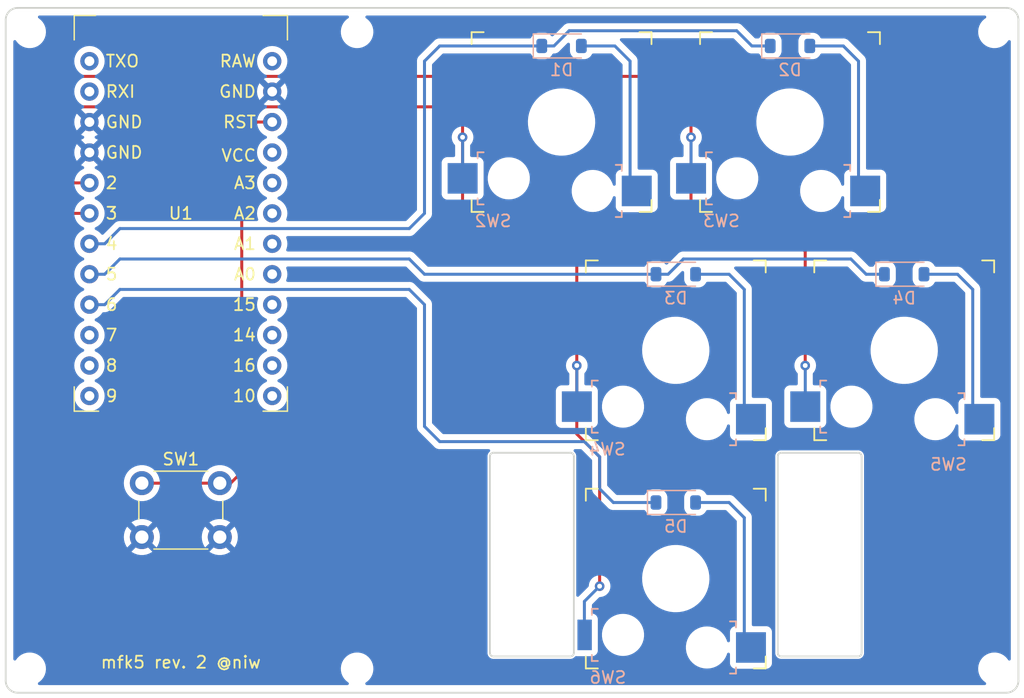
<source format=kicad_pcb>
(kicad_pcb (version 20221018) (generator pcbnew)
  (title_block (title "mfk5") (rev "1") (company "@niw"))
  (layers (0 "F.Cu" signal) (31 "B.Cu" signal) (34 "B.Paste" user) (35 "F.Paste" user) (36 "B.SilkS" user "B.Silkscreen") (37 "F.SilkS" user "F.Silkscreen") (38 "B.Mask" user) (39 "F.Mask" user) (44 "Edge.Cuts" user))
  (net 0 "")
  (net 1 "RST")
  (net 2 "GND")
  (net 3 "COL1")
  (net 4 "Net-(D1-A)")
  (net 5 "COL2")
  (net 6 "Net-(D2-A)")
  (net 7 "Net-(D3-A)")
  (net 8 "Net-(D4-A)")
  (net 9 "Net-(D5-A)")
  (net 12 "ROW1")
  (net 13 "ROW2")
  (net 14 "ROW3")
  (net 26 "+5V")
  (footprint "Gateron_Low_Profile:Gateron_Low_Profile_Socket_Stabilizer_2U" (layer "F.Cu") (at 154.425 123.625)
    (fp_text reference "SW6" (at -5.662 8.255) (layer "B.SilkS") (effects (justify mirror)))
    (fp_text value "COL1_ROW3")
    (fp_line (start -7 2.525) (end -7 3.025) (stroke (width 0.15)) (layer "B.SilkS"))
    (fp_line (start -7 2.525) (end -6.5 2.525) (stroke (width 0.15)) (layer "B.SilkS"))
    (fp_line (start -7 6.375) (end -7 6.875) (stroke (width 0.15)) (layer "B.SilkS"))
    (fp_line (start -7 6.875) (end -6.5 6.875) (stroke (width 0.15)) (layer "B.SilkS"))
    (fp_line (start 4.52 3.575) (end 5.02 3.575) (stroke (width 0.15)) (layer "B.SilkS"))
    (fp_line (start 4.52 7.925) (end 5.02 7.925) (stroke (width 0.15)) (layer "B.SilkS"))
    (fp_line (start 5.02 4.075) (end 5.02 3.575) (stroke (width 0.15)) (layer "B.SilkS"))
    (fp_line (start 5.02 7.925) (end 5.02 7.425) (stroke (width 0.15)) (layer "B.SilkS"))
    (fp_line (start -7.5 -6.5) (end -7.5 -7.5) (stroke (width 0.15)) (layer "F.SilkS"))
    (fp_line (start -7.5 7.5) (end -7.5 6.5) (stroke (width 0.15)) (layer "F.SilkS"))
    (fp_line (start -7.5 7.5) (end -6.5 7.5) (stroke (width 0.15)) (layer "F.SilkS"))
    (fp_line (start -6.5 -7.5) (end -7.5 -7.5) (stroke (width 0.15)) (layer "F.SilkS"))
    (fp_line (start 6.5 7.5) (end 7.5 7.5) (stroke (width 0.15)) (layer "F.SilkS"))
    (fp_line (start 7.5 -7.5) (end 6.5 -7.5) (stroke (width 0.15)) (layer "F.SilkS"))
    (fp_line (start 7.5 -7.5) (end 7.5 -6.5) (stroke (width 0.15)) (layer "F.SilkS"))
    (fp_line (start 7.5 6.5) (end 7.5 7.5) (stroke (width 0.15)) (layer "F.SilkS"))
    (fp_line (start -15.5 6.2) (end -15.5 -10.2) (stroke (width 0.15)) (layer "Edge.Cuts"))
    (fp_line (start -15.2 -10.5) (end -8.8 -10.5) (stroke (width 0.15)) (layer "Edge.Cuts"))
    (fp_line (start -8.8 6.5) (end -15.2 6.5) (stroke (width 0.15)) (layer "Edge.Cuts"))
    (fp_line (start -8.5 -10.2) (end -8.5 6.2) (stroke (width 0.15)) (layer "Edge.Cuts"))
    (fp_line (start 8.5 6.2) (end 8.5 -10.2) (stroke (width 0.15)) (layer "Edge.Cuts"))
    (fp_line (start 8.8 -10.5) (end 15.2 -10.5) (stroke (width 0.15)) (layer "Edge.Cuts"))
    (fp_line (start 15.2 6.5) (end 8.8 6.5) (stroke (width 0.15)) (layer "Edge.Cuts"))
    (fp_line (start 15.5 -10.2) (end 15.5 6.2) (stroke (width 0.15)) (layer "Edge.Cuts"))
    (fp_arc (start -15.5 -10.2) (mid -15.412132 -10.412132) (end -15.2 -10.5) (stroke (width 0.15)) (layer "Edge.Cuts"))
    (fp_arc (start -15.2 6.5) (mid -15.412132 6.412132) (end -15.5 6.2) (stroke (width 0.15)) (layer "Edge.Cuts"))
    (fp_arc (start -8.8 -10.5) (mid -8.587868 -10.412132) (end -8.5 -10.2) (stroke (width 0.15)) (layer "Edge.Cuts"))
    (fp_arc (start -8.5 6.2) (mid -8.587868 6.412132) (end -8.8 6.5) (stroke (width 0.15)) (layer "Edge.Cuts"))
    (fp_arc (start 8.5 -10.2) (mid 8.587868 -10.412132) (end 8.8 -10.5) (stroke (width 0.15)) (layer "Edge.Cuts"))
    (fp_arc (start 8.8 6.5) (mid 8.587868 6.412132) (end 8.5 6.2) (stroke (width 0.15)) (layer "Edge.Cuts"))
    (fp_arc (start 15.2 -10.5) (mid 15.412132 -10.412132) (end 15.5 -10.2) (stroke (width 0.15)) (layer "Edge.Cuts"))
    (fp_arc (start 15.5 6.2) (mid 15.412132 6.412132) (end 15.2 6.5) (stroke (width 0.15)) (layer "Edge.Cuts"))
    (pad "" np_thru_hole circle (at -4.4 4.7) (size 3 3) (drill 3) (layers "F&B.Cu" "*.Mask"))
    (pad "" np_thru_hole circle (at 0 0) (size 5.1 5.1) (drill 5.1) (layers "F&B.Cu" "*.Mask"))
    (pad "" np_thru_hole circle (at 2.6 5.75) (size 3 3) (drill 3) (layers "F&B.Cu" "*.Mask"))
    (pad "1" smd rect (at -7.6 4.7) (size 1.2 2.55) (layers "B.Cu" "B.Paste" "B.Mask") (net 3 "COL1"))
    (pad "2" smd rect (at 6.27 5.75) (size 2.5 2.55) (layers "B.Cu" "B.Paste" "B.Mask") (net 9 "Net-(D5-A)"))
  )
  (footprint "Gateron_Low_Profile:Gateron_Low_Profile_Socket" (layer "F.Cu") (at 173.475 104.575)
    (fp_text reference "SW5" (at 3.683 9.525) (layer "B.SilkS") (effects (justify mirror)))
    (fp_text value "COL2_ROW2")
    (fp_line (start -7 2.525) (end -7 3.025) (stroke (width 0.15)) (layer "B.SilkS"))
    (fp_line (start -7 2.525) (end -6.5 2.525) (stroke (width 0.15)) (layer "B.SilkS"))
    (fp_line (start -7 6.375) (end -7 6.875) (stroke (width 0.15)) (layer "B.SilkS"))
    (fp_line (start -7 6.875) (end -6.5 6.875) (stroke (width 0.15)) (layer "B.SilkS"))
    (fp_line (start 4.52 3.575) (end 5.02 3.575) (stroke (width 0.15)) (layer "B.SilkS"))
    (fp_line (start 4.52 7.925) (end 5.02 7.925) (stroke (width 0.15)) (layer "B.SilkS"))
    (fp_line (start 5.02 4.075) (end 5.02 3.575) (stroke (width 0.15)) (layer "B.SilkS"))
    (fp_line (start 5.02 7.925) (end 5.02 7.425) (stroke (width 0.15)) (layer "B.SilkS"))
    (fp_line (start -7.5 -6.5) (end -7.5 -7.5) (stroke (width 0.15)) (layer "F.SilkS"))
    (fp_line (start -7.5 7.5) (end -7.5 6.5) (stroke (width 0.15)) (layer "F.SilkS"))
    (fp_line (start -7.5 7.5) (end -6.5 7.5) (stroke (width 0.15)) (layer "F.SilkS"))
    (fp_line (start -6.5 -7.5) (end -7.5 -7.5) (stroke (width 0.15)) (layer "F.SilkS"))
    (fp_line (start 6.5 7.5) (end 7.5 7.5) (stroke (width 0.15)) (layer "F.SilkS"))
    (fp_line (start 7.5 -7.5) (end 6.5 -7.5) (stroke (width 0.15)) (layer "F.SilkS"))
    (fp_line (start 7.5 -7.5) (end 7.5 -6.5) (stroke (width 0.15)) (layer "F.SilkS"))
    (fp_line (start 7.5 6.5) (end 7.5 7.5) (stroke (width 0.15)) (layer "F.SilkS"))
    (pad "" np_thru_hole circle (at -4.4 4.7) (size 3 3) (drill 3) (layers "F&B.Cu" "*.Mask"))
    (pad "" np_thru_hole circle (at 0 0) (size 5.1 5.1) (drill 5.1) (layers "F&B.Cu" "*.Mask"))
    (pad "" np_thru_hole circle (at 2.6 5.75) (size 3 3) (drill 3) (layers "F&B.Cu" "*.Mask"))
    (pad "1" smd rect (at -8.25 4.7) (size 2.5 2.55) (layers "B.Cu" "B.Paste" "B.Mask") (net 5 "COL2"))
    (pad "2" smd rect (at 6.27 5.75) (size 2.5 2.55) (layers "B.Cu" "B.Paste" "B.Mask") (net 8 "Net-(D4-A)"))
  )
  (footprint "MountingHole:MountingHole_2.2mm_M2" (layer "F.Cu") (at 127.85 131.15)
    (fp_text reference "REF**" hide)
    (fp_text value "MountingHole_2.2mm_M2" hide)
    (pad "" np_thru_hole circle (at 0 0) (size 2.2 2.2) (drill 2.2) (layers "F&B.Cu" "*.Mask"))
  )
  (footprint "MountingHole:MountingHole_2.2mm_M2" (layer "F.Cu") (at 100.545 78)
    (fp_text reference "REF**" hide)
    (fp_text value "MountingHole_2.2mm_M2" hide)
    (pad "" np_thru_hole circle (at 0 0) (size 2.2 2.2) (drill 2.2) (layers "*.Cu" "*.Mask"))
  )
  (footprint "MountingHole:MountingHole_2.2mm_M2" (layer "F.Cu") (at 100.545 131.15)
    (fp_text reference "REF**" hide)
    (fp_text value "MountingHole_2.2mm_M2" hide)
    (pad "" np_thru_hole circle (at 0 0) (size 2.2 2.2) (drill 2.2) (layers "*.Cu" "*.Mask"))
  )
  (footprint "MountingHole:MountingHole_2.2mm_M2" (layer "F.Cu") (at 127.85 78)
    (fp_text reference "REF**" hide)
    (fp_text value "MountingHole_2.2mm_M2" hide)
    (pad "" np_thru_hole circle (at 0 0) (size 2.2 2.2) (drill 2.2) (layers "F&B.Cu" "*.Mask"))
  )
  (footprint "Pro_Micro:Pro_Micro" (layer "F.Cu") (at 113.15 93.145)
    (fp_text reference "U1" (at 0 0 unlocked) (layer "F.SilkS"))
    (fp_text value "Pro Micro")
    (fp_text user "GND" (at -6.35 -7.62 unlocked) (layer "F.SilkS") (effects (justify left)))
    (fp_text user "RAW" (at 6.35 -12.7 unlocked) (layer "F.SilkS") (effects (justify right)))
    (fp_text user "4" (at -6.35 2.54 unlocked) (layer "F.SilkS") (effects (justify left)))
    (fp_text user "A1" (at 6.35 2.54 unlocked) (layer "F.SilkS") (effects (justify right)))
    (fp_text user "GND" (at -6.35 -5.08 unlocked) (layer "F.SilkS") (effects (justify left)))
    (fp_text user "TXO" (at -6.35 -12.7 unlocked) (layer "F.SilkS") (effects (justify left)))
    (fp_text user "10" (at 6.35 15.24 unlocked) (layer "F.SilkS") (effects (justify right)))
    (fp_text user "6" (at -6.35 7.62 unlocked) (layer "F.SilkS") (effects (justify left)))
    (fp_text user "A3" (at 6.35 -2.54 unlocked) (layer "F.SilkS") (effects (justify right)))
    (fp_text user "9" (at -6.35 15.24 unlocked) (layer "F.SilkS") (effects (justify left)))
    (fp_text user "16" (at 6.35 12.7 unlocked) (layer "F.SilkS") (effects (justify right)))
    (fp_text user "GND" (at 6.35 -10.16 unlocked) (layer "F.SilkS") (effects (justify right)))
    (fp_text user "2" (at -6.35 -2.54 unlocked) (layer "F.SilkS") (effects (justify left)))
    (fp_text user "5" (at -6.35 5.08 unlocked) (layer "F.SilkS") (effects (justify left)))
    (fp_text user "A0" (at 6.35 5.08 unlocked) (layer "F.SilkS") (effects (justify right)))
    (fp_text user "RST" (at 6.35 -7.62 unlocked) (layer "F.SilkS") (effects (justify right)))
    (fp_text user "RXI" (at -6.35 -10.16 unlocked) (layer "F.SilkS") (effects (justify left)))
    (fp_text user "VCC" (at 6.35 -4.826 unlocked) (layer "F.SilkS") (effects (justify right)))
    (fp_text user "14" (at 6.35 10.16 unlocked) (layer "F.SilkS") (effects (justify right)))
    (fp_text user "7" (at -6.35 10.16 unlocked) (layer "F.SilkS") (effects (justify left)))
    (fp_text user "A2" (at 6.35 0 unlocked) (layer "F.SilkS") (effects (justify right)))
    (fp_text user "15" (at 6.35 7.62 unlocked) (layer "F.SilkS") (effects (justify right)))
    (fp_text user "8" (at -6.35 12.7 unlocked) (layer "F.SilkS") (effects (justify left)))
    (fp_text user "3" (at -6.35 0 unlocked) (layer "F.SilkS") (effects (justify left)))
    (fp_line (start -8.89 -16.51) (end -8.89 -14.478) (stroke (width 0.12)) (layer "F.SilkS"))
    (fp_line (start -8.89 16.51) (end -8.89 14.478) (stroke (width 0.12)) (layer "F.SilkS"))
    (fp_line (start -8.89 16.51) (end -6.858 16.51) (stroke (width 0.12)) (layer "F.SilkS"))
    (fp_line (start -7.112 -16.51) (end -8.89 -16.51) (stroke (width 0.12)) (layer "F.SilkS"))
    (fp_line (start 6.858 -16.51) (end 8.89 -16.51) (stroke (width 0.12)) (layer "F.SilkS"))
    (fp_line (start 8.89 -16.51) (end 8.89 -14.478) (stroke (width 0.12)) (layer "F.SilkS"))
    (fp_line (start 8.89 16.51) (end 6.858 16.51) (stroke (width 0.12)) (layer "F.SilkS"))
    (fp_line (start 8.89 16.51) (end 8.89 14.478) (stroke (width 0.12)) (layer "F.SilkS"))
    (pad "1" thru_hole circle (at -7.62 -12.7) (size 1.524 1.524) (drill 0.8128) (layers "*.Cu" "*.Mask"))
    (pad "2" thru_hole circle (at -7.62 -10.16) (size 1.524 1.524) (drill 0.8128) (layers "*.Cu" "*.Mask"))
    (pad "3" thru_hole circle (at -7.62 -7.62) (size 1.524 1.524) (drill 0.8128) (layers "*.Cu" "*.Mask") (net 2 "GND"))
    (pad "4" thru_hole circle (at -7.62 -5.08) (size 1.524 1.524) (drill 0.8128) (layers "*.Cu" "*.Mask") (net 2 "GND"))
    (pad "5" thru_hole circle (at -7.62 -2.54) (size 1.524 1.524) (drill 0.8128) (layers "*.Cu" "*.Mask") (net 3 "COL1"))
    (pad "6" thru_hole circle (at -7.62 0) (size 1.524 1.524) (drill 0.8128) (layers "*.Cu" "*.Mask") (net 5 "COL2"))
    (pad "7" thru_hole circle (at -7.62 2.54) (size 1.524 1.524) (drill 0.8128) (layers "*.Cu" "*.Mask") (net 12 "ROW1"))
    (pad "8" thru_hole circle (at -7.62 5.08) (size 1.524 1.524) (drill 0.8128) (layers "*.Cu" "*.Mask") (net 13 "ROW2"))
    (pad "9" thru_hole circle (at -7.62 7.62) (size 1.524 1.524) (drill 0.8128) (layers "*.Cu" "*.Mask") (net 14 "ROW3"))
    (pad "10" thru_hole circle (at -7.62 10.16) (size 1.524 1.524) (drill 0.8128) (layers "*.Cu" "*.Mask"))
    (pad "11" thru_hole circle (at -7.62 12.7) (size 1.524 1.524) (drill 0.8128) (layers "*.Cu" "*.Mask"))
    (pad "12" thru_hole circle (at -7.62 15.24) (size 1.524 1.524) (drill 0.8128) (layers "*.Cu" "*.Mask"))
    (pad "13" thru_hole circle (at 7.62 15.24) (size 1.524 1.524) (drill 0.8128) (layers "*.Cu" "*.Mask"))
    (pad "14" thru_hole circle (at 7.62 12.7) (size 1.524 1.524) (drill 0.8128) (layers "*.Cu" "*.Mask"))
    (pad "15" thru_hole circle (at 7.62 10.16) (size 1.524 1.524) (drill 0.8128) (layers "*.Cu" "*.Mask"))
    (pad "16" thru_hole circle (at 7.62 7.62) (size 1.524 1.524) (drill 0.8128) (layers "*.Cu" "*.Mask"))
    (pad "17" thru_hole circle (at 7.62 5.08) (size 1.524 1.524) (drill 0.8128) (layers "*.Cu" "*.Mask"))
    (pad "18" thru_hole circle (at 7.62 2.54) (size 1.524 1.524) (drill 0.8128) (layers "*.Cu" "*.Mask"))
    (pad "19" thru_hole circle (at 7.62 0) (size 1.524 1.524) (drill 0.8128) (layers "*.Cu" "*.Mask"))
    (pad "20" thru_hole circle (at 7.62 -2.54) (size 1.524 1.524) (drill 0.8128) (layers "*.Cu" "*.Mask"))
    (pad "21" thru_hole circle (at 7.62 -5.08) (size 1.524 1.524) (drill 0.8128) (layers "*.Cu" "*.Mask") (net 26 "+5V"))
    (pad "22" thru_hole circle (at 7.62 -7.62) (size 1.524 1.524) (drill 0.8128) (layers "*.Cu" "*.Mask") (net 1 "RST"))
    (pad "23" thru_hole circle (at 7.62 -10.16) (size 1.524 1.524) (drill 0.8128) (layers "*.Cu" "*.Mask") (net 2 "GND"))
    (pad "24" thru_hole circle (at 7.62 -12.7) (size 1.524 1.524) (drill 0.8128) (layers "*.Cu" "*.Mask"))
  )
  (footprint "Gateron_Low_Profile:Gateron_Low_Profile_Socket" (layer "F.Cu") (at 163.95 85.525)
    (fp_text reference "SW3" (at -5.715 8.255) (layer "B.SilkS") (effects (justify mirror)))
    (fp_text value "COL2_ROW1")
    (fp_line (start -7 2.525) (end -7 3.025) (stroke (width 0.15)) (layer "B.SilkS"))
    (fp_line (start -7 2.525) (end -6.5 2.525) (stroke (width 0.15)) (layer "B.SilkS"))
    (fp_line (start -7 6.375) (end -7 6.875) (stroke (width 0.15)) (layer "B.SilkS"))
    (fp_line (start -7 6.875) (end -6.5 6.875) (stroke (width 0.15)) (layer "B.SilkS"))
    (fp_line (start 4.52 3.575) (end 5.02 3.575) (stroke (width 0.15)) (layer "B.SilkS"))
    (fp_line (start 4.52 7.925) (end 5.02 7.925) (stroke (width 0.15)) (layer "B.SilkS"))
    (fp_line (start 5.02 4.075) (end 5.02 3.575) (stroke (width 0.15)) (layer "B.SilkS"))
    (fp_line (start 5.02 7.925) (end 5.02 7.425) (stroke (width 0.15)) (layer "B.SilkS"))
    (fp_line (start -7.5 -6.5) (end -7.5 -7.5) (stroke (width 0.15)) (layer "F.SilkS"))
    (fp_line (start -7.5 7.5) (end -7.5 6.5) (stroke (width 0.15)) (layer "F.SilkS"))
    (fp_line (start -7.5 7.5) (end -6.5 7.5) (stroke (width 0.15)) (layer "F.SilkS"))
    (fp_line (start -6.5 -7.5) (end -7.5 -7.5) (stroke (width 0.15)) (layer "F.SilkS"))
    (fp_line (start 6.5 7.5) (end 7.5 7.5) (stroke (width 0.15)) (layer "F.SilkS"))
    (fp_line (start 7.5 -7.5) (end 6.5 -7.5) (stroke (width 0.15)) (layer "F.SilkS"))
    (fp_line (start 7.5 -7.5) (end 7.5 -6.5) (stroke (width 0.15)) (layer "F.SilkS"))
    (fp_line (start 7.5 6.5) (end 7.5 7.5) (stroke (width 0.15)) (layer "F.SilkS"))
    (pad "" np_thru_hole circle (at -4.4 4.7) (size 3 3) (drill 3) (layers "F&B.Cu" "*.Mask"))
    (pad "" np_thru_hole circle (at 0 0) (size 5.1 5.1) (drill 5.1) (layers "F&B.Cu" "*.Mask"))
    (pad "" np_thru_hole circle (at 2.6 5.75) (size 3 3) (drill 3) (layers "F&B.Cu" "*.Mask"))
    (pad "1" smd rect (at -8.25 4.7) (size 2.5 2.55) (layers "B.Cu" "B.Paste" "B.Mask") (net 5 "COL2"))
    (pad "2" smd rect (at 6.27 5.75) (size 2.5 2.55) (layers "B.Cu" "B.Paste" "B.Mask") (net 6 "Net-(D2-A)"))
  )
  (footprint "MountingHole:MountingHole_2.2mm_M2" (layer "F.Cu") (at 181 78)
    (fp_text reference "REF**" hide)
    (fp_text value "MountingHole_2.2mm_M2" hide)
    (pad "" np_thru_hole circle (at 0 0) (size 2.2 2.2) (drill 2.2) (layers "*.Cu" "*.Mask"))
  )
  (footprint "Gateron_Low_Profile:Gateron_Low_Profile_Socket" (layer "F.Cu") (at 144.9 85.525)
    (fp_text reference "SW2" (at -5.715 8.255) (layer "B.SilkS") (effects (justify mirror)))
    (fp_text value "COL1_ROW1")
    (fp_line (start -7 2.525) (end -7 3.025) (stroke (width 0.15)) (layer "B.SilkS"))
    (fp_line (start -7 2.525) (end -6.5 2.525) (stroke (width 0.15)) (layer "B.SilkS"))
    (fp_line (start -7 6.375) (end -7 6.875) (stroke (width 0.15)) (layer "B.SilkS"))
    (fp_line (start -7 6.875) (end -6.5 6.875) (stroke (width 0.15)) (layer "B.SilkS"))
    (fp_line (start 4.52 3.575) (end 5.02 3.575) (stroke (width 0.15)) (layer "B.SilkS"))
    (fp_line (start 4.52 7.925) (end 5.02 7.925) (stroke (width 0.15)) (layer "B.SilkS"))
    (fp_line (start 5.02 4.075) (end 5.02 3.575) (stroke (width 0.15)) (layer "B.SilkS"))
    (fp_line (start 5.02 7.925) (end 5.02 7.425) (stroke (width 0.15)) (layer "B.SilkS"))
    (fp_line (start -7.5 -6.5) (end -7.5 -7.5) (stroke (width 0.15)) (layer "F.SilkS"))
    (fp_line (start -7.5 7.5) (end -7.5 6.5) (stroke (width 0.15)) (layer "F.SilkS"))
    (fp_line (start -7.5 7.5) (end -6.5 7.5) (stroke (width 0.15)) (layer "F.SilkS"))
    (fp_line (start -6.5 -7.5) (end -7.5 -7.5) (stroke (width 0.15)) (layer "F.SilkS"))
    (fp_line (start 6.5 7.5) (end 7.5 7.5) (stroke (width 0.15)) (layer "F.SilkS"))
    (fp_line (start 7.5 -7.5) (end 6.5 -7.5) (stroke (width 0.15)) (layer "F.SilkS"))
    (fp_line (start 7.5 -7.5) (end 7.5 -6.5) (stroke (width 0.15)) (layer "F.SilkS"))
    (fp_line (start 7.5 6.5) (end 7.5 7.5) (stroke (width 0.15)) (layer "F.SilkS"))
    (pad "" np_thru_hole circle (at -4.4 4.7) (size 3 3) (drill 3) (layers "F&B.Cu" "*.Mask"))
    (pad "" np_thru_hole circle (at 0 0) (size 5.1 5.1) (drill 5.1) (layers "F&B.Cu" "*.Mask"))
    (pad "" np_thru_hole circle (at 2.6 5.75) (size 3 3) (drill 3) (layers "F&B.Cu" "*.Mask"))
    (pad "1" smd rect (at -8.25 4.7) (size 2.5 2.55) (layers "B.Cu" "B.Paste" "B.Mask") (net 3 "COL1"))
    (pad "2" smd rect (at 6.27 5.75) (size 2.5 2.55) (layers "B.Cu" "B.Paste" "B.Mask") (net 4 "Net-(D1-A)"))
  )
  (footprint "Button_Switch_THT:SW_PUSH_6mm" (layer "F.Cu") (at 109.9 115.66)
    (fp_text reference "SW1" (at 3.25 -2) (layer "F.SilkS"))
    (fp_text value "RST")
    (fp_line (start -0.25 1.5) (end -0.25 3) (stroke (width 0.12)) (layer "F.SilkS"))
    (fp_line (start 1 5.5) (end 5.5 5.5) (stroke (width 0.12)) (layer "F.SilkS"))
    (fp_line (start 5.5 -1) (end 1 -1) (stroke (width 0.12)) (layer "F.SilkS"))
    (fp_line (start 6.75 3) (end 6.75 1.5) (stroke (width 0.12)) (layer "F.SilkS"))
    (pad "1" thru_hole circle (at 0 0 90) (size 2 2) (drill 1.1) (layers "*.Cu" "*.Mask") (net 1 "RST"))
    (pad "1" thru_hole circle (at 6.5 0 90) (size 2 2) (drill 1.1) (layers "*.Cu" "*.Mask") (net 1 "RST"))
    (pad "2" thru_hole circle (at 0 4.5 90) (size 2 2) (drill 1.1) (layers "*.Cu" "*.Mask") (net 2 "GND"))
    (pad "2" thru_hole circle (at 6.5 4.5 90) (size 2 2) (drill 1.1) (layers "*.Cu" "*.Mask") (net 2 "GND"))
  )
  (footprint "MountingHole:MountingHole_2.2mm_M2" (layer "F.Cu") (at 181 131.15)
    (fp_text reference "REF**" hide)
    (fp_text value "MountingHole_2.2mm_M2" hide)
    (pad "" np_thru_hole circle (at 0 0) (size 2.2 2.2) (drill 2.2) (layers "*.Cu" "*.Mask"))
  )
  (footprint "Gateron_Low_Profile:Gateron_Low_Profile_Socket" (layer "F.Cu") (at 154.425 104.575)
    (fp_text reference "SW4" (at -5.715 8.255) (layer "B.SilkS") (effects (justify mirror)))
    (fp_text value "COL1_ROW2")
    (fp_line (start -7 2.525) (end -7 3.025) (stroke (width 0.15)) (layer "B.SilkS"))
    (fp_line (start -7 2.525) (end -6.5 2.525) (stroke (width 0.15)) (layer "B.SilkS"))
    (fp_line (start -7 6.375) (end -7 6.875) (stroke (width 0.15)) (layer "B.SilkS"))
    (fp_line (start -7 6.875) (end -6.5 6.875) (stroke (width 0.15)) (layer "B.SilkS"))
    (fp_line (start 4.52 3.575) (end 5.02 3.575) (stroke (width 0.15)) (layer "B.SilkS"))
    (fp_line (start 4.52 7.925) (end 5.02 7.925) (stroke (width 0.15)) (layer "B.SilkS"))
    (fp_line (start 5.02 4.075) (end 5.02 3.575) (stroke (width 0.15)) (layer "B.SilkS"))
    (fp_line (start 5.02 7.925) (end 5.02 7.425) (stroke (width 0.15)) (layer "B.SilkS"))
    (fp_line (start -7.5 -6.5) (end -7.5 -7.5) (stroke (width 0.15)) (layer "F.SilkS"))
    (fp_line (start -7.5 7.5) (end -7.5 6.5) (stroke (width 0.15)) (layer "F.SilkS"))
    (fp_line (start -7.5 7.5) (end -6.5 7.5) (stroke (width 0.15)) (layer "F.SilkS"))
    (fp_line (start -6.5 -7.5) (end -7.5 -7.5) (stroke (width 0.15)) (layer "F.SilkS"))
    (fp_line (start 6.5 7.5) (end 7.5 7.5) (stroke (width 0.15)) (layer "F.SilkS"))
    (fp_line (start 7.5 -7.5) (end 6.5 -7.5) (stroke (width 0.15)) (layer "F.SilkS"))
    (fp_line (start 7.5 -7.5) (end 7.5 -6.5) (stroke (width 0.15)) (layer "F.SilkS"))
    (fp_line (start 7.5 6.5) (end 7.5 7.5) (stroke (width 0.15)) (layer "F.SilkS"))
    (pad "" np_thru_hole circle (at -4.4 4.7) (size 3 3) (drill 3) (layers "F&B.Cu" "*.Mask"))
    (pad "" np_thru_hole circle (at 0 0) (size 5.1 5.1) (drill 5.1) (layers "F&B.Cu" "*.Mask"))
    (pad "" np_thru_hole circle (at 2.6 5.75) (size 3 3) (drill 3) (layers "F&B.Cu" "*.Mask"))
    (pad "1" smd rect (at -8.25 4.7) (size 2.5 2.55) (layers "B.Cu" "B.Paste" "B.Mask") (net 3 "COL1"))
    (pad "2" smd rect (at 6.27 5.75) (size 2.5 2.55) (layers "B.Cu" "B.Paste" "B.Mask") (net 7 "Net-(D3-A)"))
  )
  (footprint "Diode_SMD:D_SOD-123" (layer "B.Cu") (at 173.475 98.225)
    (fp_text reference "D4" (at 0 2) (layer "B.SilkS") (effects (justify mirror)))
    (fp_text value "D")
    (fp_line (start -2.36 -1) (end 1.65 -1) (stroke (width 0.12)) (layer "B.SilkS"))
    (fp_line (start -2.36 1) (end -2.36 -1) (stroke (width 0.12)) (layer "B.SilkS"))
    (fp_line (start -2.36 1) (end 1.65 1) (stroke (width 0.12)) (layer "B.SilkS"))
    (pad "1" smd roundrect (at -1.65 0) (size 0.9 1.2) (layers "B.Cu" "B.Paste" "B.Mask") (net 13 "ROW2"))
    (pad "2" smd roundrect (at 1.65 0) (size 0.9 1.2) (layers "B.Cu" "B.Paste" "B.Mask") (net 8 "Net-(D4-A)"))
  )
  (footprint "Diode_SMD:D_SOD-123" (layer "B.Cu") (at 163.95 79.175)
    (fp_text reference "D2" (at 0 2) (layer "B.SilkS") (effects (justify mirror)))
    (fp_text value "D")
    (fp_line (start -2.36 -1) (end 1.65 -1) (stroke (width 0.12)) (layer "B.SilkS"))
    (fp_line (start -2.36 1) (end -2.36 -1) (stroke (width 0.12)) (layer "B.SilkS"))
    (fp_line (start -2.36 1) (end 1.65 1) (stroke (width 0.12)) (layer "B.SilkS"))
    (pad "1" smd roundrect (at -1.65 0) (size 0.9 1.2) (layers "B.Cu" "B.Paste" "B.Mask") (net 12 "ROW1"))
    (pad "2" smd roundrect (at 1.65 0) (size 0.9 1.2) (layers "B.Cu" "B.Paste" "B.Mask") (net 6 "Net-(D2-A)"))
  )
  (footprint "Diode_SMD:D_SOD-123" (layer "B.Cu") (at 154.425 117.275)
    (fp_text reference "D5" (at 0 2) (layer "B.SilkS") (effects (justify mirror)))
    (fp_text value "D")
    (fp_line (start -2.36 -1) (end 1.65 -1) (stroke (width 0.12)) (layer "B.SilkS"))
    (fp_line (start -2.36 1) (end -2.36 -1) (stroke (width 0.12)) (layer "B.SilkS"))
    (fp_line (start -2.36 1) (end 1.65 1) (stroke (width 0.12)) (layer "B.SilkS"))
    (pad "1" smd roundrect (at -1.65 0) (size 0.9 1.2) (layers "B.Cu" "B.Paste" "B.Mask") (net 14 "ROW3"))
    (pad "2" smd roundrect (at 1.65 0) (size 0.9 1.2) (layers "B.Cu" "B.Paste" "B.Mask") (net 9 "Net-(D5-A)"))
  )
  (footprint "Diode_SMD:D_SOD-123" (layer "B.Cu") (at 144.9 79.175)
    (fp_text reference "D1" (at 0 2) (layer "B.SilkS") (effects (justify mirror)))
    (fp_text value "D")
    (fp_line (start -2.36 -1) (end 1.65 -1) (stroke (width 0.12)) (layer "B.SilkS"))
    (fp_line (start -2.36 1) (end -2.36 -1) (stroke (width 0.12)) (layer "B.SilkS"))
    (fp_line (start -2.36 1) (end 1.65 1) (stroke (width 0.12)) (layer "B.SilkS"))
    (pad "1" smd roundrect (at -1.65 0) (size 0.9 1.2) (layers "B.Cu" "B.Paste" "B.Mask") (net 12 "ROW1"))
    (pad "2" smd roundrect (at 1.65 0) (size 0.9 1.2) (layers "B.Cu" "B.Paste" "B.Mask") (net 4 "Net-(D1-A)"))
  )
  (footprint "Diode_SMD:D_SOD-123" (layer "B.Cu") (at 154.425 98.225)
    (fp_text reference "D3" (at 0 2) (layer "B.SilkS") (effects (justify mirror)))
    (fp_text value "D")
    (fp_line (start -2.36 -1) (end 1.65 -1) (stroke (width 0.12)) (layer "B.SilkS"))
    (fp_line (start -2.36 1) (end -2.36 -1) (stroke (width 0.12)) (layer "B.SilkS"))
    (fp_line (start -2.36 1) (end 1.65 1) (stroke (width 0.12)) (layer "B.SilkS"))
    (pad "1" smd roundrect (at -1.65 0) (size 0.9 1.2) (layers "B.Cu" "B.Paste" "B.Mask") (net 13 "ROW2"))
    (pad "2" smd roundrect (at 1.65 0) (size 0.9 1.2) (layers "B.Cu" "B.Paste" "B.Mask") (net 7 "Net-(D3-A)"))
  )
  (gr_line (start 98.545 132.15) (end 98.545 77) (stroke (width 0.15)) (layer "Edge.Cuts"))
  (gr_line (start 99.545 76) (end 182 76) (stroke (width 0.15)) (layer "Edge.Cuts"))
  (gr_arc (start 183 132.15) (mid 182.707107 132.857106) (end 182 133.15) (stroke (width 0.15)) (layer "Edge.Cuts"))
  (gr_arc (start 98.545 77) (mid 98.837893 76.292894) (end 99.545 76) (stroke (width 0.15)) (layer "Edge.Cuts"))
  (gr_line (start 183 77) (end 183 132.15) (stroke (width 0.15)) (layer "Edge.Cuts"))
  (gr_arc (start 99.545 133.15) (mid 98.837893 132.857107) (end 98.545 132.15) (stroke (width 0.15)) (layer "Edge.Cuts"))
  (gr_arc (start 182 76) (mid 182.707106 76.292893) (end 183 77) (stroke (width 0.15)) (layer "Edge.Cuts"))
  (gr_line (start 182 133.15) (end 99.545 133.15) (stroke (width 0.15)) (layer "Edge.Cuts"))
  (gr_text "mfk5 rev. 2 @niw" (at 113.15 130.61) (layer "F.SilkS") (effects (font (size 1 1))))
  (segment (start 116.4 115.66) (end 117.305 115.66) (width 0.25) (layer "F.Cu") (net 1))
  (segment (start 117.305 115.66) (end 118.23 114.735) (width 0.25) (layer "F.Cu") (net 1))
  (segment (start 109.9 115.66) (end 116.4 115.66) (width 0.25) (layer "F.Cu") (net 1))
  (segment (start 118.23 86.795) (end 119.5 85.525) (width 0.25) (layer "F.Cu") (net 1))
  (segment (start 119.5 85.525) (end 120.77 85.525) (width 0.25) (layer "F.Cu") (net 1))
  (segment (start 118.23 114.735) (end 118.23 86.795) (width 0.25) (layer "F.Cu") (net 1))
  (segment (start 137.915 95.05) (end 144.9 95.05) (width 0.25) (layer "F.Cu") (net 3))
  (segment (start 144.9 95.05) (end 146.17 96.32) (width 0.25) (layer "F.Cu") (net 3))
  (segment (start 148.075 124.26) (end 148.075 113.465) (width 0.25) (layer "F.Cu") (net 3))
  (segment (start 104.26 84.255) (end 102.99 85.525) (width 0.25) (layer "F.Cu") (net 3))
  (segment (start 136.645 86.795) (end 136.645 85.525) (width 0.25) (layer "F.Cu") (net 3))
  (segment (start 104.26 90.605) (end 105.53 90.605) (width 0.25) (layer "F.Cu") (net 3))
  (segment (start 146.17 111.56) (end 146.17 105.845) (width 0.25) (layer "F.Cu") (net 3))
  (segment (start 136.645 86.795) (end 136.645 93.78) (width 0.25) (layer "F.Cu") (net 3))
  (segment (start 146.17 96.32) (end 146.17 105.845) (width 0.25) (layer "F.Cu") (net 3))
  (segment (start 136.645 85.525) (end 135.375 84.255) (width 0.25) (layer "F.Cu") (net 3))
  (segment (start 102.99 89.335) (end 104.26 90.605) (width 0.25) (layer "F.Cu") (net 3))
  (segment (start 102.99 85.525) (end 102.99 89.335) (width 0.25) (layer "F.Cu") (net 3))
  (segment (start 135.375 84.255) (end 104.26 84.255) (width 0.25) (layer "F.Cu") (net 3))
  (segment (start 136.645 93.78) (end 137.915 95.05) (width 0.25) (layer "F.Cu") (net 3))
  (segment (start 148.075 113.465) (end 146.17 111.56) (width 0.25) (layer "F.Cu") (net 3))
  (via (at 146.17 105.845) (size 0.8) (drill 0.4) (layers "F.Cu" "B.Cu") (net 3))
  (via (at 136.645 86.795) (size 0.8) (drill 0.4) (layers "F.Cu" "B.Cu") (net 3))
  (via (at 148.075 124.26) (size 0.8) (drill 0.4) (layers "F.Cu" "B.Cu") (net 3))
  (segment (start 146.175 105.85) (end 146.17 105.845) (width 0.25) (layer "B.Cu") (net 3))
  (segment (start 148.075 124.26) (end 146.805 125.53) (width 0.25) (layer "B.Cu") (net 3))
  (segment (start 136.65 90.225) (end 136.65 86.8) (width 0.25) (layer "B.Cu") (net 3))
  (segment (start 146.805 125.53) (end 146.805 128.07) (width 0.25) (layer "B.Cu") (net 3))
  (segment (start 136.65 86.8) (end 136.645 86.795) (width 0.25) (layer "B.Cu") (net 3))
  (segment (start 146.175 109.275) (end 146.175 105.85) (width 0.25) (layer "B.Cu") (net 3))
  (segment (start 149.345 79.175) (end 150.615 80.445) (width 0.25) (layer "B.Cu") (net 4))
  (segment (start 150.615 80.445) (end 150.615 90.605) (width 0.25) (layer "B.Cu") (net 4))
  (segment (start 146.55 79.175) (end 149.345 79.175) (width 0.25) (layer "B.Cu") (net 4))
  (segment (start 102.355 82.985) (end 103.625 81.715) (width 0.25) (layer "F.Cu") (net 5))
  (segment (start 165.22 96.32) (end 165.22 105.845) (width 0.25) (layer "F.Cu") (net 5))
  (segment (start 154.425 81.715) (end 155.695 82.985) (width 0.25) (layer "F.Cu") (net 5))
  (segment (start 155.695 82.985) (end 155.695 86.795) (width 0.25) (layer "F.Cu") (net 5))
  (segment (start 103.625 93.145) (end 102.355 91.875) (width 0.25) (layer "F.Cu") (net 5))
  (segment (start 105.53 93.145) (end 103.625 93.145) (width 0.25) (layer "F.Cu") (net 5))
  (segment (start 155.695 86.795) (end 155.695 93.78) (width 0.25) (layer "F.Cu") (net 5))
  (segment (start 163.95 95.05) (end 165.22 96.32) (width 0.25) (layer "F.Cu") (net 5))
  (segment (start 102.355 91.875) (end 102.355 82.985) (width 0.25) (layer "F.Cu") (net 5))
  (segment (start 156.965 95.05) (end 163.95 95.05) (width 0.25) (layer "F.Cu") (net 5))
  (segment (start 154.425 81.715) (end 103.625 81.715) (width 0.25) (layer "F.Cu") (net 5))
  (segment (start 155.695 93.78) (end 156.965 95.05) (width 0.25) (layer "F.Cu") (net 5))
  (via (at 155.695 86.795) (size 0.8) (drill 0.4) (layers "F.Cu" "B.Cu") (net 5))
  (via (at 165.22 105.845) (size 0.8) (drill 0.4) (layers "F.Cu" "B.Cu") (net 5))
  (segment (start 165.225 109.275) (end 165.225 105.85) (width 0.25) (layer "B.Cu") (net 5))
  (segment (start 165.225 105.85) (end 165.22 105.845) (width 0.25) (layer "B.Cu") (net 5))
  (segment (start 155.7 90.225) (end 155.7 86.8) (width 0.25) (layer "B.Cu") (net 5))
  (segment (start 155.7 86.8) (end 155.695 86.795) (width 0.25) (layer "B.Cu") (net 5))
  (segment (start 168.395 79.175) (end 169.665 80.445) (width 0.25) (layer "B.Cu") (net 6))
  (segment (start 169.665 80.445) (end 169.665 91.24) (width 0.25) (layer "B.Cu") (net 6))
  (segment (start 165.6 79.175) (end 168.395 79.175) (width 0.25) (layer "B.Cu") (net 6))
  (segment (start 160.14 99.495) (end 160.14 109.655) (width 0.25) (layer "B.Cu") (net 7))
  (segment (start 158.87 98.225) (end 160.14 99.495) (width 0.25) (layer "B.Cu") (net 7))
  (segment (start 156.075 98.225) (end 158.87 98.225) (width 0.25) (layer "B.Cu") (net 7))
  (segment (start 177.92 98.225) (end 179.19 99.495) (width 0.25) (layer "B.Cu") (net 8))
  (segment (start 175.125 98.225) (end 177.92 98.225) (width 0.25) (layer "B.Cu") (net 8))
  (segment (start 179.19 99.495) (end 179.19 110.29) (width 0.25) (layer "B.Cu") (net 8))
  (segment (start 156.075 117.275) (end 158.87 117.275) (width 0.25) (layer "B.Cu") (net 9))
  (segment (start 160.14 118.545) (end 160.14 128.705) (width 0.25) (layer "B.Cu") (net 9))
  (segment (start 158.87 117.275) (end 160.14 118.545) (width 0.25) (layer "B.Cu") (net 9))
  (segment (start 108.07 94.415) (end 106.8 95.685) (width 0.25) (layer "B.Cu") (net 12))
  (segment (start 144.265 79.175) (end 143.25 79.175) (width 0.25) (layer "B.Cu") (net 12))
  (segment (start 106.8 95.685) (end 105.53 95.685) (width 0.25) (layer "B.Cu") (net 12))
  (segment (start 133.47 93.145) (end 133.47 80.445) (width 0.25) (layer "B.Cu") (net 12))
  (segment (start 145.535 77.905) (end 144.265 79.175) (width 0.25) (layer "B.Cu") (net 12))
  (segment (start 159.505 77.905) (end 145.535 77.905) (width 0.25) (layer "B.Cu") (net 12))
  (segment (start 162.3 79.175) (end 160.775 79.175) (width 0.25) (layer "B.Cu") (net 12))
  (segment (start 133.47 80.445) (end 134.74 79.175) (width 0.25) (layer "B.Cu") (net 12))
  (segment (start 134.74 79.175) (end 143.25 79.175) (width 0.25) (layer "B.Cu") (net 12))
  (segment (start 132.2 94.415) (end 133.47 93.145) (width 0.25) (layer "B.Cu") (net 12))
  (segment (start 132.2 94.415) (end 108.07 94.415) (width 0.25) (layer "B.Cu") (net 12))
  (segment (start 160.775 79.175) (end 159.505 77.905) (width 0.25) (layer "B.Cu") (net 12))
  (segment (start 171.825 98.225) (end 170.3 98.225) (width 0.25) (layer "B.Cu") (net 13))
  (segment (start 108.07 96.955) (end 106.8 98.225) (width 0.25) (layer "B.Cu") (net 13))
  (segment (start 132.2 96.955) (end 133.47 98.225) (width 0.25) (layer "B.Cu") (net 13))
  (segment (start 155.06 96.955) (end 153.79 98.225) (width 0.25) (layer "B.Cu") (net 13))
  (segment (start 153.79 98.225) (end 152.775 98.225) (width 0.25) (layer "B.Cu") (net 13))
  (segment (start 170.3 98.225) (end 169.03 96.955) (width 0.25) (layer "B.Cu") (net 13))
  (segment (start 133.47 98.225) (end 152.775 98.225) (width 0.25) (layer "B.Cu") (net 13))
  (segment (start 132.2 96.955) (end 108.07 96.955) (width 0.25) (layer "B.Cu") (net 13))
  (segment (start 169.03 96.955) (end 155.06 96.955) (width 0.25) (layer "B.Cu") (net 13))
  (segment (start 106.8 98.225) (end 105.53 98.225) (width 0.25) (layer "B.Cu") (net 13))
  (segment (start 133.47 110.925) (end 134.74 112.195) (width 0.25) (layer "B.Cu") (net 14))
  (segment (start 148.075 116.132) (end 149.218 117.275) (width 0.25) (layer "B.Cu") (net 14))
  (segment (start 133.47 100.765) (end 133.47 110.925) (width 0.25) (layer "B.Cu") (net 14))
  (segment (start 108.07 99.495) (end 132.2 99.495) (width 0.25) (layer "B.Cu") (net 14))
  (segment (start 148.075 113.465) (end 148.075 116.132) (width 0.25) (layer "B.Cu") (net 14))
  (segment (start 106.8 100.765) (end 108.07 99.495) (width 0.25) (layer "B.Cu") (net 14))
  (segment (start 105.53 100.765) (end 106.8 100.765) (width 0.25) (layer "B.Cu") (net 14))
  (segment (start 146.805 112.195) (end 148.075 113.465) (width 0.25) (layer "B.Cu") (net 14))
  (segment (start 132.2 99.495) (end 133.47 100.765) (width 0.25) (layer "B.Cu") (net 14))
  (segment (start 134.74 112.195) (end 146.805 112.195) (width 0.25) (layer "B.Cu") (net 14))
  (segment (start 149.218 117.275) (end 152.775 117.275) (width 0.25) (layer "B.Cu") (net 14))
  (zone (net 2) (net_name "GND") (layer "B.Cu") (connect_pads (clearance 0.5)) (min_thickness 0.25) (fill yes (thermal_gap 0.5) (thermal_bridge_width 0.5))
    (polygon (pts (xy 99.18 76.635) (xy 182.365 76.635) (xy 182.365 132.515) (xy 99.18 132.515)))
  )
)
</source>
